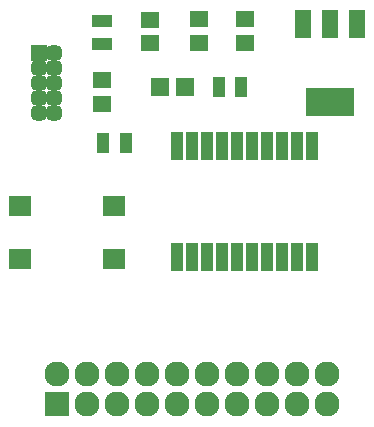
<source format=gts>
G04 #@! TF.FileFunction,Soldermask,Top*
%FSLAX46Y46*%
G04 Gerber Fmt 4.6, Leading zero omitted, Abs format (unit mm)*
G04 Created by KiCad (PCBNEW 4.0.1-stable) date Wednesday, August 10, 2016 'PMt' 06:55:05 PM*
%MOMM*%
G01*
G04 APERTURE LIST*
%ADD10C,0.100000*%
%ADD11R,1.000000X2.350000*%
%ADD12R,1.650000X1.400000*%
%ADD13R,1.598880X1.598880*%
%ADD14R,1.100000X1.700000*%
%ADD15R,1.700000X1.100000*%
%ADD16R,4.057600X2.432000*%
%ADD17R,1.416000X2.432000*%
%ADD18R,1.450000X1.450000*%
%ADD19C,1.450000*%
%ADD20R,1.950000X1.700000*%
%ADD21R,2.127200X2.127200*%
%ADD22O,2.127200X2.127200*%
G04 APERTURE END LIST*
D10*
D11*
X120145000Y-116090000D03*
X121415000Y-116090000D03*
X122685000Y-116090000D03*
X123955000Y-116090000D03*
X125225000Y-116090000D03*
X126495000Y-116090000D03*
X127765000Y-116090000D03*
X129035000Y-116090000D03*
X130305000Y-116090000D03*
X131575000Y-116090000D03*
X131575000Y-106690000D03*
X130305000Y-106690000D03*
X129035000Y-106690000D03*
X127765000Y-106690000D03*
X126495000Y-106690000D03*
X125225000Y-106690000D03*
X123955000Y-106690000D03*
X122685000Y-106690000D03*
X121415000Y-106690000D03*
X120145000Y-106690000D03*
D12*
X113790000Y-101100000D03*
X113790000Y-103100000D03*
X117790000Y-95950000D03*
X117790000Y-97950000D03*
X121990000Y-95910000D03*
X121990000Y-97910000D03*
X125830000Y-97910000D03*
X125830000Y-95910000D03*
D13*
X120788040Y-101660000D03*
X118690000Y-101660000D03*
D14*
X123640000Y-101660000D03*
X125540000Y-101660000D03*
D15*
X113790000Y-96100000D03*
X113790000Y-98000000D03*
D14*
X113858000Y-106426000D03*
X115758000Y-106426000D03*
D16*
X133030000Y-102954000D03*
D17*
X133030000Y-96350000D03*
X130744000Y-96350000D03*
X135316000Y-96350000D03*
D18*
X108458000Y-98806000D03*
D19*
X108458000Y-100076000D03*
X108458000Y-101346000D03*
X108458000Y-102616000D03*
X108458000Y-103886000D03*
X109728000Y-100076000D03*
X109728000Y-101346000D03*
X109728000Y-102616000D03*
X109728000Y-103886000D03*
X109728000Y-98806000D03*
D20*
X106858000Y-116260000D03*
X106858000Y-111760000D03*
X114808000Y-111760000D03*
X114808000Y-116260000D03*
D21*
X109982000Y-128524000D03*
D22*
X109982000Y-125984000D03*
X112522000Y-128524000D03*
X112522000Y-125984000D03*
X115062000Y-128524000D03*
X115062000Y-125984000D03*
X117602000Y-128524000D03*
X117602000Y-125984000D03*
X120142000Y-128524000D03*
X120142000Y-125984000D03*
X122682000Y-128524000D03*
X122682000Y-125984000D03*
X125222000Y-128524000D03*
X125222000Y-125984000D03*
X127762000Y-128524000D03*
X127762000Y-125984000D03*
X130302000Y-128524000D03*
X130302000Y-125984000D03*
X132842000Y-128524000D03*
X132842000Y-125984000D03*
M02*

</source>
